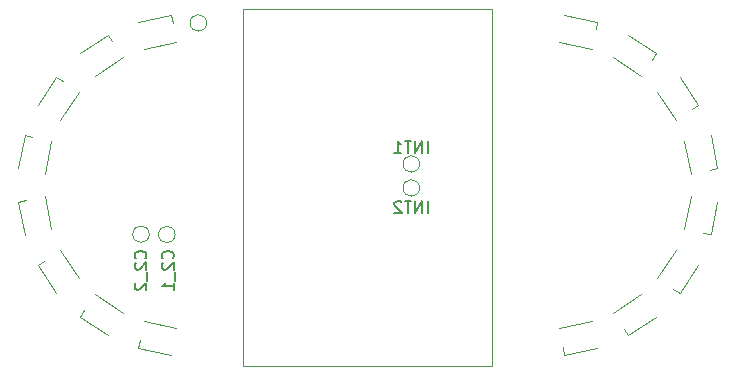
<source format=gbr>
%TF.GenerationSoftware,KiCad,Pcbnew,8.0.0*%
%TF.CreationDate,2024-03-15T16:55:21-04:00*%
%TF.ProjectId,mainboard,6d61696e-626f-4617-9264-2e6b69636164,rev?*%
%TF.SameCoordinates,Original*%
%TF.FileFunction,Legend,Bot*%
%TF.FilePolarity,Positive*%
%FSLAX46Y46*%
G04 Gerber Fmt 4.6, Leading zero omitted, Abs format (unit mm)*
G04 Created by KiCad (PCBNEW 8.0.0) date 2024-03-15 16:55:21*
%MOMM*%
%LPD*%
G01*
G04 APERTURE LIST*
%ADD10C,0.150000*%
%ADD11C,0.120000*%
%ADD12C,0.100000*%
G04 APERTURE END LIST*
D10*
X166828980Y-97401190D02*
X166876600Y-97353571D01*
X166876600Y-97353571D02*
X166924219Y-97210714D01*
X166924219Y-97210714D02*
X166924219Y-97115476D01*
X166924219Y-97115476D02*
X166876600Y-96972619D01*
X166876600Y-96972619D02*
X166781361Y-96877381D01*
X166781361Y-96877381D02*
X166686123Y-96829762D01*
X166686123Y-96829762D02*
X166495647Y-96782143D01*
X166495647Y-96782143D02*
X166352790Y-96782143D01*
X166352790Y-96782143D02*
X166162314Y-96829762D01*
X166162314Y-96829762D02*
X166067076Y-96877381D01*
X166067076Y-96877381D02*
X165971838Y-96972619D01*
X165971838Y-96972619D02*
X165924219Y-97115476D01*
X165924219Y-97115476D02*
X165924219Y-97210714D01*
X165924219Y-97210714D02*
X165971838Y-97353571D01*
X165971838Y-97353571D02*
X166019457Y-97401190D01*
X166019457Y-97782143D02*
X165971838Y-97829762D01*
X165971838Y-97829762D02*
X165924219Y-97925000D01*
X165924219Y-97925000D02*
X165924219Y-98163095D01*
X165924219Y-98163095D02*
X165971838Y-98258333D01*
X165971838Y-98258333D02*
X166019457Y-98305952D01*
X166019457Y-98305952D02*
X166114695Y-98353571D01*
X166114695Y-98353571D02*
X166209933Y-98353571D01*
X166209933Y-98353571D02*
X166352790Y-98305952D01*
X166352790Y-98305952D02*
X166924219Y-97734524D01*
X166924219Y-97734524D02*
X166924219Y-98353571D01*
X167019457Y-98544048D02*
X167019457Y-99305952D01*
X166019457Y-99496429D02*
X165971838Y-99544048D01*
X165971838Y-99544048D02*
X165924219Y-99639286D01*
X165924219Y-99639286D02*
X165924219Y-99877381D01*
X165924219Y-99877381D02*
X165971838Y-99972619D01*
X165971838Y-99972619D02*
X166019457Y-100020238D01*
X166019457Y-100020238D02*
X166114695Y-100067857D01*
X166114695Y-100067857D02*
X166209933Y-100067857D01*
X166209933Y-100067857D02*
X166352790Y-100020238D01*
X166352790Y-100020238D02*
X166924219Y-99448810D01*
X166924219Y-99448810D02*
X166924219Y-100067857D01*
X190737951Y-88465819D02*
X190737951Y-87465819D01*
X190261761Y-88465819D02*
X190261761Y-87465819D01*
X190261761Y-87465819D02*
X189690333Y-88465819D01*
X189690333Y-88465819D02*
X189690333Y-87465819D01*
X189356999Y-87465819D02*
X188785571Y-87465819D01*
X189071285Y-88465819D02*
X189071285Y-87465819D01*
X187928428Y-88465819D02*
X188499856Y-88465819D01*
X188214142Y-88465819D02*
X188214142Y-87465819D01*
X188214142Y-87465819D02*
X188309380Y-87608676D01*
X188309380Y-87608676D02*
X188404618Y-87703914D01*
X188404618Y-87703914D02*
X188499856Y-87751533D01*
X169142580Y-97401190D02*
X169190200Y-97353571D01*
X169190200Y-97353571D02*
X169237819Y-97210714D01*
X169237819Y-97210714D02*
X169237819Y-97115476D01*
X169237819Y-97115476D02*
X169190200Y-96972619D01*
X169190200Y-96972619D02*
X169094961Y-96877381D01*
X169094961Y-96877381D02*
X168999723Y-96829762D01*
X168999723Y-96829762D02*
X168809247Y-96782143D01*
X168809247Y-96782143D02*
X168666390Y-96782143D01*
X168666390Y-96782143D02*
X168475914Y-96829762D01*
X168475914Y-96829762D02*
X168380676Y-96877381D01*
X168380676Y-96877381D02*
X168285438Y-96972619D01*
X168285438Y-96972619D02*
X168237819Y-97115476D01*
X168237819Y-97115476D02*
X168237819Y-97210714D01*
X168237819Y-97210714D02*
X168285438Y-97353571D01*
X168285438Y-97353571D02*
X168333057Y-97401190D01*
X168333057Y-97782143D02*
X168285438Y-97829762D01*
X168285438Y-97829762D02*
X168237819Y-97925000D01*
X168237819Y-97925000D02*
X168237819Y-98163095D01*
X168237819Y-98163095D02*
X168285438Y-98258333D01*
X168285438Y-98258333D02*
X168333057Y-98305952D01*
X168333057Y-98305952D02*
X168428295Y-98353571D01*
X168428295Y-98353571D02*
X168523533Y-98353571D01*
X168523533Y-98353571D02*
X168666390Y-98305952D01*
X168666390Y-98305952D02*
X169237819Y-97734524D01*
X169237819Y-97734524D02*
X169237819Y-98353571D01*
X169333057Y-98544048D02*
X169333057Y-99305952D01*
X169237819Y-100067857D02*
X169237819Y-99496429D01*
X169237819Y-99782143D02*
X168237819Y-99782143D01*
X168237819Y-99782143D02*
X168380676Y-99686905D01*
X168380676Y-99686905D02*
X168475914Y-99591667D01*
X168475914Y-99591667D02*
X168523533Y-99496429D01*
X190737951Y-93545819D02*
X190737951Y-92545819D01*
X190261761Y-93545819D02*
X190261761Y-92545819D01*
X190261761Y-92545819D02*
X189690333Y-93545819D01*
X189690333Y-93545819D02*
X189690333Y-92545819D01*
X189356999Y-92545819D02*
X188785571Y-92545819D01*
X189071285Y-93545819D02*
X189071285Y-92545819D01*
X188499856Y-92641057D02*
X188452237Y-92593438D01*
X188452237Y-92593438D02*
X188356999Y-92545819D01*
X188356999Y-92545819D02*
X188118904Y-92545819D01*
X188118904Y-92545819D02*
X188023666Y-92593438D01*
X188023666Y-92593438D02*
X187976047Y-92641057D01*
X187976047Y-92641057D02*
X187928428Y-92736295D01*
X187928428Y-92736295D02*
X187928428Y-92831533D01*
X187928428Y-92831533D02*
X187976047Y-92974390D01*
X187976047Y-92974390D02*
X188547475Y-93545819D01*
X188547475Y-93545819D02*
X187928428Y-93545819D01*
D11*
%TO.C,REF\u002A\u002A*%
X172023000Y-77470000D02*
G75*
G02*
X170623000Y-77470000I-700000J0D01*
G01*
X170623000Y-77470000D02*
G75*
G02*
X172023000Y-77470000I700000J0D01*
G01*
%TO.C,BT1*%
D12*
X175133000Y-76327000D02*
X196215000Y-76327000D01*
X196215000Y-106553000D01*
X175133000Y-106553000D01*
X175133000Y-76327000D01*
D11*
%TO.C,REF\u002A\u002A12*%
X212463069Y-94931114D02*
X213017125Y-92145684D01*
X214718875Y-95379822D02*
X214081364Y-95253013D01*
X214718875Y-95379822D02*
X215272931Y-92594392D01*
%TO.C,REF\u002A\u002A5*%
X161197261Y-83307930D02*
X159619441Y-85669304D01*
X159284881Y-82030118D02*
X159825336Y-82391239D01*
X159284881Y-82030118D02*
X157707061Y-84391492D01*
%TO.C,TP15*%
X167169400Y-95361000D02*
G75*
G02*
X165769400Y-95361000I-700000J0D01*
G01*
X165769400Y-95361000D02*
G75*
G02*
X167169400Y-95361000I700000J0D01*
G01*
%TO.C,REF\u002A\u002A7*%
X169474528Y-79084346D02*
X166689098Y-79638402D01*
X169025820Y-76828540D02*
X169152629Y-77466050D01*
X169025820Y-76828540D02*
X166240390Y-77382596D01*
%TO.C,TP7*%
X190057000Y-89408000D02*
G75*
G02*
X188657000Y-89408000I-700000J0D01*
G01*
X188657000Y-89408000D02*
G75*
G02*
X190057000Y-89408000I700000J0D01*
G01*
%TO.C,REF\u002A\u002A13*%
X210150739Y-99065753D02*
X211728559Y-96704379D01*
X212063119Y-100343565D02*
X211522664Y-99982444D01*
X212063119Y-100343565D02*
X213640939Y-97982191D01*
%TO.C,REF\u002A\u002A14*%
X206432166Y-102000770D02*
X208793540Y-100422950D01*
X207709978Y-103913150D02*
X207348857Y-103372695D01*
X207709978Y-103913150D02*
X210071352Y-102335330D01*
%TO.C,REF\u002A\u002A6*%
X164915834Y-80372913D02*
X162554460Y-81950733D01*
X163638022Y-78460533D02*
X163999143Y-79000988D01*
X163638022Y-78460533D02*
X161276648Y-80038353D01*
%TO.C,REF\u002A\u002A15*%
X201873472Y-103289337D02*
X204658902Y-102735281D01*
X202322180Y-105545143D02*
X202195371Y-104907633D01*
X202322180Y-105545143D02*
X205107610Y-104991087D01*
%TO.C,REF\u002A\u002A4*%
X158884931Y-87442569D02*
X158330875Y-90227999D01*
X156629125Y-86993861D02*
X157266636Y-87120670D01*
X156629125Y-86993861D02*
X156075069Y-89779291D01*
%TO.C,REF\u002A\u002A8*%
X204658902Y-79636719D02*
X201873472Y-79082663D01*
X205107610Y-77380913D02*
X204980801Y-78018424D01*
X205107610Y-77380913D02*
X202322180Y-76826857D01*
%TO.C,REF\u002A\u002A*%
X166689098Y-102736964D02*
X169474528Y-103291020D01*
X166240390Y-104992770D02*
X166367199Y-104355259D01*
X166240390Y-104992770D02*
X169025820Y-105546826D01*
%TO.C,REF\u002A\u002A9*%
X208793541Y-81949049D02*
X206432167Y-80371229D01*
X210071353Y-80036669D02*
X209710232Y-80577124D01*
X210071353Y-80036669D02*
X207709979Y-78458849D01*
%TO.C,REF\u002A\u002A2*%
X159619442Y-96706061D02*
X161197262Y-99067435D01*
X157707062Y-97983873D02*
X158247517Y-97622752D01*
X157707062Y-97983873D02*
X159284882Y-100345247D01*
%TO.C,REF\u002A\u002A3*%
X158330875Y-92147367D02*
X158884931Y-94932797D01*
X156075069Y-92596075D02*
X156712579Y-92469266D01*
X156075069Y-92596075D02*
X156629125Y-95381505D01*
%TO.C,TP14*%
X169356000Y-95377000D02*
G75*
G02*
X167956000Y-95377000I-700000J0D01*
G01*
X167956000Y-95377000D02*
G75*
G02*
X169356000Y-95377000I700000J0D01*
G01*
%TO.C,REF\u002A\u002A1*%
X162554459Y-100424634D02*
X164915833Y-102002454D01*
X161276647Y-102337014D02*
X161637768Y-101796559D01*
X161276647Y-102337014D02*
X163638021Y-103914834D01*
%TO.C,REF\u002A\u002A10*%
X211728558Y-85667622D02*
X210150738Y-83306248D01*
X213640938Y-84389810D02*
X213100483Y-84750931D01*
X213640938Y-84389810D02*
X212063118Y-82028436D01*
%TO.C,TP8*%
X190057000Y-91440000D02*
G75*
G02*
X188657000Y-91440000I-700000J0D01*
G01*
X188657000Y-91440000D02*
G75*
G02*
X190057000Y-91440000I700000J0D01*
G01*
%TO.C,REF\u002A\u002A11*%
X213017125Y-90226316D02*
X212463069Y-87440886D01*
X215272931Y-89777608D02*
X214635421Y-89904417D01*
X215272931Y-89777608D02*
X214718875Y-86992178D01*
%TD*%
M02*

</source>
